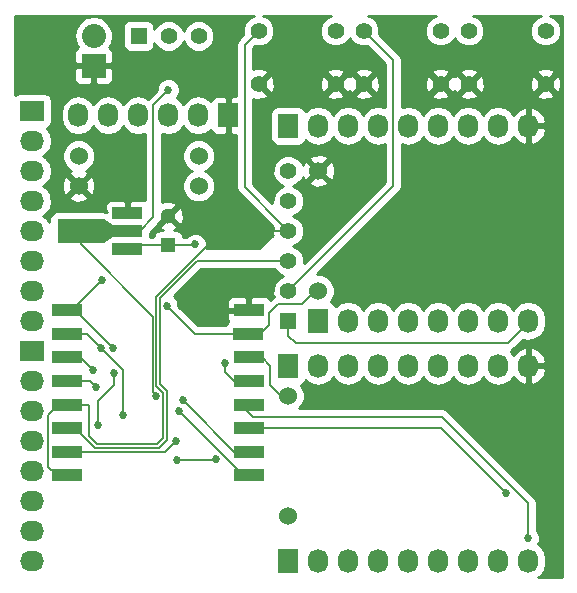
<source format=gbl>
G04 #@! TF.FileFunction,Copper,L2,Bot,Signal*
%FSLAX46Y46*%
G04 Gerber Fmt 4.6, Leading zero omitted, Abs format (unit mm)*
G04 Created by KiCad (PCBNEW 4.0.2-stable) date Friday, August 05, 2016 'pmt' 08:03:55 pm*
%MOMM*%
G01*
G04 APERTURE LIST*
%ADD10C,0.100000*%
%ADD11R,1.300000X1.300000*%
%ADD12C,1.300000*%
%ADD13R,2.032000X1.727200*%
%ADD14O,2.032000X1.727200*%
%ADD15R,1.727200X2.032000*%
%ADD16O,1.727200X2.032000*%
%ADD17R,2.032000X2.032000*%
%ADD18O,2.032000X2.032000*%
%ADD19C,1.524000*%
%ADD20R,1.397000X1.397000*%
%ADD21C,1.397000*%
%ADD22R,2.501900X1.000760*%
%ADD23R,4.000500X1.998980*%
%ADD24R,2.500000X1.100000*%
%ADD25C,0.685800*%
%ADD26C,0.152400*%
%ADD27C,0.254000*%
G04 APERTURE END LIST*
D10*
D11*
X13081000Y-19581500D03*
D12*
X13081000Y-17081500D03*
D13*
X1549400Y-8191500D03*
D14*
X1549400Y-10731500D03*
X1549400Y-13271500D03*
X1549400Y-15811500D03*
X1549400Y-18351500D03*
X1549400Y-20891500D03*
X1549400Y-23431500D03*
X1549400Y-25971500D03*
D13*
X1549400Y-28511500D03*
D14*
X1549400Y-31051500D03*
X1549400Y-33591500D03*
X1549400Y-36131500D03*
X1549400Y-38671500D03*
X1549400Y-41211500D03*
X1549400Y-43751500D03*
X1549400Y-46291500D03*
D15*
X18161000Y-8572500D03*
D16*
X15621000Y-8572500D03*
X13081000Y-8572500D03*
X10541000Y-8572500D03*
X8001000Y-8572500D03*
X5461000Y-8572500D03*
D17*
X6756400Y-4381500D03*
D18*
X6756400Y-1841500D03*
D15*
X23241000Y-9461500D03*
D16*
X25781000Y-9461500D03*
X28321000Y-9461500D03*
X30861000Y-9461500D03*
X33401000Y-9461500D03*
X35941000Y-9461500D03*
X38481000Y-9461500D03*
X41021000Y-9461500D03*
X43561000Y-9461500D03*
D15*
X25781000Y-25971500D03*
D16*
X28321000Y-25971500D03*
X30861000Y-25971500D03*
X33401000Y-25971500D03*
X35941000Y-25971500D03*
X38481000Y-25971500D03*
X41021000Y-25971500D03*
X43561000Y-25971500D03*
D15*
X23241000Y-29781500D03*
D16*
X25781000Y-29781500D03*
X28321000Y-29781500D03*
X30861000Y-29781500D03*
X33401000Y-29781500D03*
X35941000Y-29781500D03*
X38481000Y-29781500D03*
X41021000Y-29781500D03*
X43561000Y-29781500D03*
D15*
X23241000Y-46291500D03*
D16*
X25781000Y-46291500D03*
X28321000Y-46291500D03*
X30861000Y-46291500D03*
X33401000Y-46291500D03*
X35941000Y-46291500D03*
X38481000Y-46291500D03*
X41021000Y-46291500D03*
X43561000Y-46291500D03*
D19*
X25781000Y-23431500D03*
X25781000Y-13271500D03*
X23241000Y-32321500D03*
X23241000Y-42481500D03*
X5486400Y-12001500D03*
X15646400Y-12001500D03*
X5486400Y-14541500D03*
X15646400Y-14541500D03*
D20*
X23241000Y-25971500D03*
D21*
X23241000Y-23431500D03*
X23241000Y-20891500D03*
X23241000Y-18351500D03*
X23241000Y-15811500D03*
X23241000Y-13271500D03*
D20*
X10566400Y-1841500D03*
D21*
X13106400Y-1841500D03*
X15646400Y-1841500D03*
D22*
X9603740Y-16850360D03*
X9603740Y-18351500D03*
X9603740Y-19852640D03*
D23*
X5651500Y-18351500D03*
D10*
G36*
X8375650Y-18851880D02*
X7626350Y-19352260D01*
X7626350Y-17350740D01*
X8375650Y-17851120D01*
X8375650Y-18851880D01*
X8375650Y-18851880D01*
G37*
D24*
X4507000Y-39052500D03*
X4507000Y-37052500D03*
X4507000Y-35052500D03*
X4507000Y-33052500D03*
X4507000Y-31052500D03*
X4507000Y-29052500D03*
X4507000Y-27052500D03*
X4507000Y-25052500D03*
X19907000Y-25052500D03*
X19807000Y-27052500D03*
X19907000Y-29052500D03*
X19907000Y-31052500D03*
X19907000Y-33052500D03*
X19907000Y-35052500D03*
X19907000Y-37052500D03*
X19907000Y-39052500D03*
D21*
X36131500Y-1405500D03*
X36131500Y-5905500D03*
X29631500Y-1405500D03*
X29631500Y-5905500D03*
X45021500Y-1405500D03*
X45021500Y-5905500D03*
X38521500Y-1405500D03*
X38521500Y-5905500D03*
X27241500Y-1405500D03*
X27241500Y-5905500D03*
X20741500Y-1405500D03*
X20741500Y-5905500D03*
D25*
X7112000Y-34798000D03*
X8509000Y-30416500D03*
X17145000Y-37655500D03*
X13843000Y-37719000D03*
X10096500Y-14668500D03*
X42291000Y-36957000D03*
X13716000Y-36131500D03*
X15367000Y-19494500D03*
X7493000Y-22542500D03*
X8382016Y-28257500D03*
X14287500Y-32702500D03*
X13970000Y-33591500D03*
X12065000Y-32321500D03*
X13081000Y-6413500D03*
X12954008Y-24701500D03*
X17907000Y-29527500D03*
X7366002Y-28257500D03*
X9271000Y-33972508D03*
X6731002Y-30162500D03*
X6985000Y-31559500D03*
X41656000Y-40513000D03*
X43561000Y-44386500D03*
D26*
X8509000Y-30416500D02*
X8509000Y-31369000D01*
X8509000Y-31369000D02*
X7112000Y-32766000D01*
X7112000Y-32766000D02*
X7112000Y-34798000D01*
X9603740Y-16850360D02*
X9603740Y-15161260D01*
X9603740Y-15161260D02*
X10096500Y-14668500D01*
X13843000Y-37719000D02*
X17081500Y-37719000D01*
X17081500Y-37719000D02*
X17145000Y-37655500D01*
X42291000Y-33401000D02*
X42291000Y-36957000D01*
X13373101Y-36474399D02*
X13716000Y-36131500D01*
X12795000Y-37052500D02*
X13373101Y-36474399D01*
X5207000Y-37052500D02*
X12795000Y-37052500D01*
X23241000Y-25971500D02*
X23241000Y-27241500D01*
X23241000Y-27241500D02*
X23876000Y-27876500D01*
X23876000Y-27876500D02*
X41808400Y-27876500D01*
X41808400Y-27876500D02*
X43561000Y-26123900D01*
X43561000Y-26123900D02*
X43561000Y-25971500D01*
X9603740Y-19852640D02*
X9166860Y-19852640D01*
X10541000Y-19621500D02*
X10541000Y-19621480D01*
X13081000Y-19581500D02*
X11049000Y-19581500D01*
X11049000Y-19581500D02*
X9874880Y-19581500D01*
X15280000Y-19581500D02*
X15367000Y-19494500D01*
X13081000Y-19581500D02*
X15280000Y-19581500D01*
X5207000Y-25052500D02*
X5207000Y-24828500D01*
X5207000Y-24828500D02*
X7150101Y-22885399D01*
X7150101Y-22885399D02*
X7493000Y-22542500D01*
X5207000Y-25082484D02*
X8039117Y-27914601D01*
X8039117Y-27914601D02*
X8382016Y-28257500D01*
X5207000Y-25052500D02*
X5207000Y-25082484D01*
X9874880Y-19581500D02*
X9603740Y-19852640D01*
X19207000Y-37052500D02*
X18637500Y-37052500D01*
X14630399Y-33045399D02*
X14287500Y-32702500D01*
X18637500Y-37052500D02*
X14630399Y-33045399D01*
X19207000Y-39052500D02*
X19207000Y-38828500D01*
X19207000Y-38828500D02*
X14312899Y-33934399D01*
X14312899Y-33934399D02*
X13970000Y-33591500D01*
X11760189Y-32016689D02*
X12065000Y-32321500D01*
X5651500Y-18351500D02*
X5651500Y-19503390D01*
X11760189Y-25612079D02*
X11760189Y-32016689D01*
X5651500Y-19503390D02*
X11760189Y-25612079D01*
X11811000Y-17208500D02*
X10668000Y-18351500D01*
X10668000Y-18351500D02*
X9603740Y-18351500D01*
X11811000Y-7683500D02*
X11811000Y-17208500D01*
X13081000Y-6413500D02*
X11811000Y-7683500D01*
X9603740Y-18351500D02*
X8001000Y-18351500D01*
X5651500Y-18351500D02*
X8001000Y-18351500D01*
X19207000Y-27052500D02*
X20890000Y-27052500D01*
X25527000Y-23431500D02*
X25781000Y-23431500D01*
X20890000Y-27052500D02*
X21590000Y-26352500D01*
X21590000Y-26352500D02*
X21590000Y-25336500D01*
X22352000Y-24574500D02*
X24384000Y-24574500D01*
X21590000Y-25336500D02*
X22352000Y-24574500D01*
X24384000Y-24574500D02*
X25527000Y-23431500D01*
X13296907Y-25044399D02*
X12954008Y-24701500D01*
X15305008Y-27052500D02*
X13296907Y-25044399D01*
X19207000Y-27052500D02*
X15305008Y-27052500D01*
X19207000Y-29052500D02*
X20988000Y-29052500D01*
X20988000Y-29052500D02*
X21717000Y-29781500D01*
X21717000Y-29781500D02*
X21717000Y-31432500D01*
X21717000Y-31432500D02*
X22606000Y-32321500D01*
X22606000Y-32321500D02*
X23241000Y-32321500D01*
X19207000Y-31052500D02*
X18670000Y-31052500D01*
X17907000Y-29972000D02*
X17907000Y-29527500D01*
X18670000Y-31052500D02*
X17907000Y-30289500D01*
X17907000Y-30289500D02*
X17907000Y-29972000D01*
X23241000Y-23431500D02*
X32131000Y-14541500D01*
X32131000Y-14541500D02*
X32131000Y-3905000D01*
X32131000Y-3905000D02*
X30329999Y-2103999D01*
X30329999Y-2103999D02*
X29631500Y-1405500D01*
X23241000Y-20891500D02*
X15537182Y-20891500D01*
X15537182Y-20891500D02*
X12369811Y-24058871D01*
X12369811Y-24058871D02*
X12369811Y-31356311D01*
X12369811Y-31356311D02*
X12954000Y-31940500D01*
X12954000Y-31940500D02*
X12954000Y-36068000D01*
X12954000Y-36068000D02*
X12319000Y-36703000D01*
X12319000Y-36703000D02*
X6857500Y-36703000D01*
X6857500Y-36703000D02*
X5207000Y-35052500D01*
X5207000Y-33052500D02*
X6350000Y-33052500D01*
X12065000Y-23932615D02*
X17646115Y-18351500D01*
X6350000Y-33052500D02*
X6350000Y-35687000D01*
X6350000Y-35687000D02*
X7048500Y-36385500D01*
X7048500Y-36385500D02*
X12128500Y-36385500D01*
X12128500Y-36385500D02*
X12636501Y-35877499D01*
X12065000Y-31482567D02*
X12065000Y-23932615D01*
X12636501Y-35877499D02*
X12636501Y-32054067D01*
X12636501Y-32054067D02*
X12065000Y-31482567D01*
X17646115Y-18351500D02*
X22253172Y-18351500D01*
X22253172Y-18351500D02*
X23241000Y-18351500D01*
X5207000Y-39052500D02*
X3627418Y-39052500D01*
X3627418Y-39052500D02*
X2921000Y-38346082D01*
X2921000Y-33972500D02*
X3841000Y-33052500D01*
X2921000Y-38346082D02*
X2921000Y-33972500D01*
X3841000Y-33052500D02*
X5207000Y-33052500D01*
X20741500Y-1405500D02*
X19558000Y-2589000D01*
X19558000Y-2589000D02*
X19558000Y-14668500D01*
X19558000Y-14668500D02*
X22542501Y-17653001D01*
X22542501Y-17653001D02*
X23241000Y-18351500D01*
X9271000Y-33972508D02*
X9271000Y-30162500D01*
X9271000Y-30162500D02*
X7366002Y-28257502D01*
X7366002Y-28257502D02*
X7366002Y-28257500D01*
X7023103Y-27914601D02*
X7366002Y-28257500D01*
X5207000Y-27052500D02*
X6161002Y-27052500D01*
X6161002Y-27052500D02*
X7023103Y-27914601D01*
X5207000Y-27052500D02*
X5207000Y-27114500D01*
X6388103Y-29819601D02*
X6731002Y-30162500D01*
X5621002Y-29052500D02*
X6388103Y-29819601D01*
X5207000Y-29052500D02*
X5621002Y-29052500D01*
X6642101Y-31216601D02*
X6985000Y-31559500D01*
X6478000Y-31052500D02*
X6642101Y-31216601D01*
X5207000Y-31052500D02*
X6478000Y-31052500D01*
X41313101Y-40170101D02*
X41656000Y-40513000D01*
X19207000Y-35052500D02*
X36195500Y-35052500D01*
X36195500Y-35052500D02*
X41313101Y-40170101D01*
X36278822Y-34099500D02*
X20254000Y-34099500D01*
X43561000Y-41381678D02*
X36278822Y-34099500D01*
X43561000Y-44386500D02*
X43561000Y-41381678D01*
X20254000Y-34099500D02*
X19207000Y-33052500D01*
D27*
G36*
X35377120Y-274354D02*
X35001673Y-649147D01*
X34798232Y-1139087D01*
X34797769Y-1669586D01*
X35000354Y-2159880D01*
X35375147Y-2535327D01*
X35865087Y-2738768D01*
X36395586Y-2739231D01*
X36885880Y-2536646D01*
X37261327Y-2161853D01*
X37326408Y-2005120D01*
X37390354Y-2159880D01*
X37765147Y-2535327D01*
X38255087Y-2738768D01*
X38785586Y-2739231D01*
X39275880Y-2536646D01*
X39651327Y-2161853D01*
X39854768Y-1671913D01*
X39855231Y-1141414D01*
X39652646Y-651120D01*
X39277853Y-275673D01*
X38919809Y-127000D01*
X44623745Y-127000D01*
X44267120Y-274354D01*
X43891673Y-649147D01*
X43688232Y-1139087D01*
X43687769Y-1669586D01*
X43890354Y-2159880D01*
X44265147Y-2535327D01*
X44755087Y-2738768D01*
X45285586Y-2739231D01*
X45775880Y-2536646D01*
X46151327Y-2161853D01*
X46354768Y-1671913D01*
X46355231Y-1141414D01*
X46152646Y-651120D01*
X45777853Y-275673D01*
X45419809Y-127000D01*
X46418500Y-127000D01*
X46418500Y-47688500D01*
X44392311Y-47688500D01*
X44620670Y-47535915D01*
X44945526Y-47049734D01*
X45059600Y-46476245D01*
X45059600Y-46106755D01*
X44945526Y-45533266D01*
X44620670Y-45047085D01*
X44405308Y-44903185D01*
X44538730Y-44581870D01*
X44539069Y-44192837D01*
X44390507Y-43833288D01*
X44272200Y-43714774D01*
X44272200Y-41381678D01*
X44218063Y-41109514D01*
X44218063Y-41109513D01*
X44063894Y-40878784D01*
X36781716Y-33596606D01*
X36550987Y-33442437D01*
X36278822Y-33388300D01*
X24149720Y-33388300D01*
X24424629Y-33113870D01*
X24637757Y-32600600D01*
X24638242Y-32044839D01*
X24426010Y-31531197D01*
X24302694Y-31407666D01*
X24339917Y-31400662D01*
X24556041Y-31261590D01*
X24701031Y-31049390D01*
X24709400Y-31008061D01*
X24721330Y-31025915D01*
X25207511Y-31350771D01*
X25781000Y-31464845D01*
X26354489Y-31350771D01*
X26840670Y-31025915D01*
X27051000Y-30711134D01*
X27261330Y-31025915D01*
X27747511Y-31350771D01*
X28321000Y-31464845D01*
X28894489Y-31350771D01*
X29380670Y-31025915D01*
X29591000Y-30711134D01*
X29801330Y-31025915D01*
X30287511Y-31350771D01*
X30861000Y-31464845D01*
X31434489Y-31350771D01*
X31920670Y-31025915D01*
X32131000Y-30711134D01*
X32341330Y-31025915D01*
X32827511Y-31350771D01*
X33401000Y-31464845D01*
X33974489Y-31350771D01*
X34460670Y-31025915D01*
X34671000Y-30711134D01*
X34881330Y-31025915D01*
X35367511Y-31350771D01*
X35941000Y-31464845D01*
X36514489Y-31350771D01*
X37000670Y-31025915D01*
X37211000Y-30711134D01*
X37421330Y-31025915D01*
X37907511Y-31350771D01*
X38481000Y-31464845D01*
X39054489Y-31350771D01*
X39540670Y-31025915D01*
X39751000Y-30711134D01*
X39961330Y-31025915D01*
X40447511Y-31350771D01*
X41021000Y-31464845D01*
X41594489Y-31350771D01*
X42080670Y-31025915D01*
X42287461Y-30716431D01*
X42658964Y-31132232D01*
X43186209Y-31386209D01*
X43201974Y-31388858D01*
X43434000Y-31267717D01*
X43434000Y-29908500D01*
X43688000Y-29908500D01*
X43688000Y-31267717D01*
X43920026Y-31388858D01*
X43935791Y-31386209D01*
X44463036Y-31132232D01*
X44852954Y-30695820D01*
X45046184Y-30143413D01*
X44901924Y-29908500D01*
X43688000Y-29908500D01*
X43434000Y-29908500D01*
X43414000Y-29908500D01*
X43414000Y-29654500D01*
X43434000Y-29654500D01*
X43434000Y-28295283D01*
X43688000Y-28295283D01*
X43688000Y-29654500D01*
X44901924Y-29654500D01*
X45046184Y-29419587D01*
X44852954Y-28867180D01*
X44463036Y-28430768D01*
X43935791Y-28176791D01*
X43920026Y-28174142D01*
X43688000Y-28295283D01*
X43434000Y-28295283D01*
X43201974Y-28174142D01*
X43186209Y-28176791D01*
X42658964Y-28430768D01*
X42287461Y-28846569D01*
X42080670Y-28537085D01*
X42076584Y-28534355D01*
X42080565Y-28533563D01*
X42311294Y-28379394D01*
X43122973Y-27567716D01*
X43561000Y-27654845D01*
X44134489Y-27540771D01*
X44620670Y-27215915D01*
X44945526Y-26729734D01*
X45059600Y-26156245D01*
X45059600Y-25786755D01*
X44945526Y-25213266D01*
X44620670Y-24727085D01*
X44134489Y-24402229D01*
X43561000Y-24288155D01*
X42987511Y-24402229D01*
X42501330Y-24727085D01*
X42291000Y-25041866D01*
X42080670Y-24727085D01*
X41594489Y-24402229D01*
X41021000Y-24288155D01*
X40447511Y-24402229D01*
X39961330Y-24727085D01*
X39751000Y-25041866D01*
X39540670Y-24727085D01*
X39054489Y-24402229D01*
X38481000Y-24288155D01*
X37907511Y-24402229D01*
X37421330Y-24727085D01*
X37211000Y-25041866D01*
X37000670Y-24727085D01*
X36514489Y-24402229D01*
X35941000Y-24288155D01*
X35367511Y-24402229D01*
X34881330Y-24727085D01*
X34671000Y-25041866D01*
X34460670Y-24727085D01*
X33974489Y-24402229D01*
X33401000Y-24288155D01*
X32827511Y-24402229D01*
X32341330Y-24727085D01*
X32131000Y-25041866D01*
X31920670Y-24727085D01*
X31434489Y-24402229D01*
X30861000Y-24288155D01*
X30287511Y-24402229D01*
X29801330Y-24727085D01*
X29591000Y-25041866D01*
X29380670Y-24727085D01*
X28894489Y-24402229D01*
X28321000Y-24288155D01*
X27747511Y-24402229D01*
X27261330Y-24727085D01*
X27251757Y-24741413D01*
X27247762Y-24720183D01*
X27108690Y-24504059D01*
X26896490Y-24359069D01*
X26840543Y-24347739D01*
X26964629Y-24223870D01*
X27177757Y-23710600D01*
X27178242Y-23154839D01*
X26966010Y-22641197D01*
X26573370Y-22247871D01*
X26060100Y-22034743D01*
X25643908Y-22034380D01*
X32633895Y-15044394D01*
X32788063Y-14813664D01*
X32842200Y-14541500D01*
X32842200Y-11033693D01*
X33401000Y-11144845D01*
X33974489Y-11030771D01*
X34460670Y-10705915D01*
X34671000Y-10391134D01*
X34881330Y-10705915D01*
X35367511Y-11030771D01*
X35941000Y-11144845D01*
X36514489Y-11030771D01*
X37000670Y-10705915D01*
X37211000Y-10391134D01*
X37421330Y-10705915D01*
X37907511Y-11030771D01*
X38481000Y-11144845D01*
X39054489Y-11030771D01*
X39540670Y-10705915D01*
X39751000Y-10391134D01*
X39961330Y-10705915D01*
X40447511Y-11030771D01*
X41021000Y-11144845D01*
X41594489Y-11030771D01*
X42080670Y-10705915D01*
X42287461Y-10396431D01*
X42658964Y-10812232D01*
X43186209Y-11066209D01*
X43201974Y-11068858D01*
X43434000Y-10947717D01*
X43434000Y-9588500D01*
X43688000Y-9588500D01*
X43688000Y-10947717D01*
X43920026Y-11068858D01*
X43935791Y-11066209D01*
X44463036Y-10812232D01*
X44852954Y-10375820D01*
X45046184Y-9823413D01*
X44901924Y-9588500D01*
X43688000Y-9588500D01*
X43434000Y-9588500D01*
X43414000Y-9588500D01*
X43414000Y-9334500D01*
X43434000Y-9334500D01*
X43434000Y-7975283D01*
X43688000Y-7975283D01*
X43688000Y-9334500D01*
X44901924Y-9334500D01*
X45046184Y-9099587D01*
X44852954Y-8547180D01*
X44463036Y-8110768D01*
X43935791Y-7856791D01*
X43920026Y-7854142D01*
X43688000Y-7975283D01*
X43434000Y-7975283D01*
X43201974Y-7854142D01*
X43186209Y-7856791D01*
X42658964Y-8110768D01*
X42287461Y-8526569D01*
X42080670Y-8217085D01*
X41594489Y-7892229D01*
X41021000Y-7778155D01*
X40447511Y-7892229D01*
X39961330Y-8217085D01*
X39751000Y-8531866D01*
X39540670Y-8217085D01*
X39054489Y-7892229D01*
X38481000Y-7778155D01*
X37907511Y-7892229D01*
X37421330Y-8217085D01*
X37211000Y-8531866D01*
X37000670Y-8217085D01*
X36514489Y-7892229D01*
X35941000Y-7778155D01*
X35367511Y-7892229D01*
X34881330Y-8217085D01*
X34671000Y-8531866D01*
X34460670Y-8217085D01*
X33974489Y-7892229D01*
X33401000Y-7778155D01*
X32842200Y-7889307D01*
X32842200Y-6839688D01*
X35376917Y-6839688D01*
X35438571Y-7075300D01*
X35938980Y-7251427D01*
X36468699Y-7222648D01*
X36824429Y-7075300D01*
X36886083Y-6839688D01*
X37766917Y-6839688D01*
X37828571Y-7075300D01*
X38328980Y-7251427D01*
X38858699Y-7222648D01*
X39214429Y-7075300D01*
X39276083Y-6839688D01*
X44266917Y-6839688D01*
X44328571Y-7075300D01*
X44828980Y-7251427D01*
X45358699Y-7222648D01*
X45714429Y-7075300D01*
X45776083Y-6839688D01*
X45021500Y-6085105D01*
X44266917Y-6839688D01*
X39276083Y-6839688D01*
X38521500Y-6085105D01*
X37766917Y-6839688D01*
X36886083Y-6839688D01*
X36131500Y-6085105D01*
X35376917Y-6839688D01*
X32842200Y-6839688D01*
X32842200Y-5712980D01*
X34785573Y-5712980D01*
X34814352Y-6242699D01*
X34961700Y-6598429D01*
X35197312Y-6660083D01*
X35951895Y-5905500D01*
X36311105Y-5905500D01*
X37065688Y-6660083D01*
X37301300Y-6598429D01*
X37324453Y-6532648D01*
X37351700Y-6598429D01*
X37587312Y-6660083D01*
X38341895Y-5905500D01*
X38701105Y-5905500D01*
X39455688Y-6660083D01*
X39691300Y-6598429D01*
X39867427Y-6098020D01*
X39846509Y-5712980D01*
X43675573Y-5712980D01*
X43704352Y-6242699D01*
X43851700Y-6598429D01*
X44087312Y-6660083D01*
X44841895Y-5905500D01*
X45201105Y-5905500D01*
X45955688Y-6660083D01*
X46191300Y-6598429D01*
X46367427Y-6098020D01*
X46338648Y-5568301D01*
X46191300Y-5212571D01*
X45955688Y-5150917D01*
X45201105Y-5905500D01*
X44841895Y-5905500D01*
X44087312Y-5150917D01*
X43851700Y-5212571D01*
X43675573Y-5712980D01*
X39846509Y-5712980D01*
X39838648Y-5568301D01*
X39691300Y-5212571D01*
X39455688Y-5150917D01*
X38701105Y-5905500D01*
X38341895Y-5905500D01*
X37587312Y-5150917D01*
X37351700Y-5212571D01*
X37328547Y-5278352D01*
X37301300Y-5212571D01*
X37065688Y-5150917D01*
X36311105Y-5905500D01*
X35951895Y-5905500D01*
X35197312Y-5150917D01*
X34961700Y-5212571D01*
X34785573Y-5712980D01*
X32842200Y-5712980D01*
X32842200Y-4971312D01*
X35376917Y-4971312D01*
X36131500Y-5725895D01*
X36886083Y-4971312D01*
X37766917Y-4971312D01*
X38521500Y-5725895D01*
X39276083Y-4971312D01*
X44266917Y-4971312D01*
X45021500Y-5725895D01*
X45776083Y-4971312D01*
X45714429Y-4735700D01*
X45214020Y-4559573D01*
X44684301Y-4588352D01*
X44328571Y-4735700D01*
X44266917Y-4971312D01*
X39276083Y-4971312D01*
X39214429Y-4735700D01*
X38714020Y-4559573D01*
X38184301Y-4588352D01*
X37828571Y-4735700D01*
X37766917Y-4971312D01*
X36886083Y-4971312D01*
X36824429Y-4735700D01*
X36324020Y-4559573D01*
X35794301Y-4588352D01*
X35438571Y-4735700D01*
X35376917Y-4971312D01*
X32842200Y-4971312D01*
X32842200Y-3905000D01*
X32788063Y-3632836D01*
X32788063Y-3632835D01*
X32633894Y-3402106D01*
X30946851Y-1715063D01*
X30964768Y-1671913D01*
X30965231Y-1141414D01*
X30762646Y-651120D01*
X30387853Y-275673D01*
X30029809Y-127000D01*
X35733745Y-127000D01*
X35377120Y-274354D01*
X35377120Y-274354D01*
G37*
X35377120Y-274354D02*
X35001673Y-649147D01*
X34798232Y-1139087D01*
X34797769Y-1669586D01*
X35000354Y-2159880D01*
X35375147Y-2535327D01*
X35865087Y-2738768D01*
X36395586Y-2739231D01*
X36885880Y-2536646D01*
X37261327Y-2161853D01*
X37326408Y-2005120D01*
X37390354Y-2159880D01*
X37765147Y-2535327D01*
X38255087Y-2738768D01*
X38785586Y-2739231D01*
X39275880Y-2536646D01*
X39651327Y-2161853D01*
X39854768Y-1671913D01*
X39855231Y-1141414D01*
X39652646Y-651120D01*
X39277853Y-275673D01*
X38919809Y-127000D01*
X44623745Y-127000D01*
X44267120Y-274354D01*
X43891673Y-649147D01*
X43688232Y-1139087D01*
X43687769Y-1669586D01*
X43890354Y-2159880D01*
X44265147Y-2535327D01*
X44755087Y-2738768D01*
X45285586Y-2739231D01*
X45775880Y-2536646D01*
X46151327Y-2161853D01*
X46354768Y-1671913D01*
X46355231Y-1141414D01*
X46152646Y-651120D01*
X45777853Y-275673D01*
X45419809Y-127000D01*
X46418500Y-127000D01*
X46418500Y-47688500D01*
X44392311Y-47688500D01*
X44620670Y-47535915D01*
X44945526Y-47049734D01*
X45059600Y-46476245D01*
X45059600Y-46106755D01*
X44945526Y-45533266D01*
X44620670Y-45047085D01*
X44405308Y-44903185D01*
X44538730Y-44581870D01*
X44539069Y-44192837D01*
X44390507Y-43833288D01*
X44272200Y-43714774D01*
X44272200Y-41381678D01*
X44218063Y-41109514D01*
X44218063Y-41109513D01*
X44063894Y-40878784D01*
X36781716Y-33596606D01*
X36550987Y-33442437D01*
X36278822Y-33388300D01*
X24149720Y-33388300D01*
X24424629Y-33113870D01*
X24637757Y-32600600D01*
X24638242Y-32044839D01*
X24426010Y-31531197D01*
X24302694Y-31407666D01*
X24339917Y-31400662D01*
X24556041Y-31261590D01*
X24701031Y-31049390D01*
X24709400Y-31008061D01*
X24721330Y-31025915D01*
X25207511Y-31350771D01*
X25781000Y-31464845D01*
X26354489Y-31350771D01*
X26840670Y-31025915D01*
X27051000Y-30711134D01*
X27261330Y-31025915D01*
X27747511Y-31350771D01*
X28321000Y-31464845D01*
X28894489Y-31350771D01*
X29380670Y-31025915D01*
X29591000Y-30711134D01*
X29801330Y-31025915D01*
X30287511Y-31350771D01*
X30861000Y-31464845D01*
X31434489Y-31350771D01*
X31920670Y-31025915D01*
X32131000Y-30711134D01*
X32341330Y-31025915D01*
X32827511Y-31350771D01*
X33401000Y-31464845D01*
X33974489Y-31350771D01*
X34460670Y-31025915D01*
X34671000Y-30711134D01*
X34881330Y-31025915D01*
X35367511Y-31350771D01*
X35941000Y-31464845D01*
X36514489Y-31350771D01*
X37000670Y-31025915D01*
X37211000Y-30711134D01*
X37421330Y-31025915D01*
X37907511Y-31350771D01*
X38481000Y-31464845D01*
X39054489Y-31350771D01*
X39540670Y-31025915D01*
X39751000Y-30711134D01*
X39961330Y-31025915D01*
X40447511Y-31350771D01*
X41021000Y-31464845D01*
X41594489Y-31350771D01*
X42080670Y-31025915D01*
X42287461Y-30716431D01*
X42658964Y-31132232D01*
X43186209Y-31386209D01*
X43201974Y-31388858D01*
X43434000Y-31267717D01*
X43434000Y-29908500D01*
X43688000Y-29908500D01*
X43688000Y-31267717D01*
X43920026Y-31388858D01*
X43935791Y-31386209D01*
X44463036Y-31132232D01*
X44852954Y-30695820D01*
X45046184Y-30143413D01*
X44901924Y-29908500D01*
X43688000Y-29908500D01*
X43434000Y-29908500D01*
X43414000Y-29908500D01*
X43414000Y-29654500D01*
X43434000Y-29654500D01*
X43434000Y-28295283D01*
X43688000Y-28295283D01*
X43688000Y-29654500D01*
X44901924Y-29654500D01*
X45046184Y-29419587D01*
X44852954Y-28867180D01*
X44463036Y-28430768D01*
X43935791Y-28176791D01*
X43920026Y-28174142D01*
X43688000Y-28295283D01*
X43434000Y-28295283D01*
X43201974Y-28174142D01*
X43186209Y-28176791D01*
X42658964Y-28430768D01*
X42287461Y-28846569D01*
X42080670Y-28537085D01*
X42076584Y-28534355D01*
X42080565Y-28533563D01*
X42311294Y-28379394D01*
X43122973Y-27567716D01*
X43561000Y-27654845D01*
X44134489Y-27540771D01*
X44620670Y-27215915D01*
X44945526Y-26729734D01*
X45059600Y-26156245D01*
X45059600Y-25786755D01*
X44945526Y-25213266D01*
X44620670Y-24727085D01*
X44134489Y-24402229D01*
X43561000Y-24288155D01*
X42987511Y-24402229D01*
X42501330Y-24727085D01*
X42291000Y-25041866D01*
X42080670Y-24727085D01*
X41594489Y-24402229D01*
X41021000Y-24288155D01*
X40447511Y-24402229D01*
X39961330Y-24727085D01*
X39751000Y-25041866D01*
X39540670Y-24727085D01*
X39054489Y-24402229D01*
X38481000Y-24288155D01*
X37907511Y-24402229D01*
X37421330Y-24727085D01*
X37211000Y-25041866D01*
X37000670Y-24727085D01*
X36514489Y-24402229D01*
X35941000Y-24288155D01*
X35367511Y-24402229D01*
X34881330Y-24727085D01*
X34671000Y-25041866D01*
X34460670Y-24727085D01*
X33974489Y-24402229D01*
X33401000Y-24288155D01*
X32827511Y-24402229D01*
X32341330Y-24727085D01*
X32131000Y-25041866D01*
X31920670Y-24727085D01*
X31434489Y-24402229D01*
X30861000Y-24288155D01*
X30287511Y-24402229D01*
X29801330Y-24727085D01*
X29591000Y-25041866D01*
X29380670Y-24727085D01*
X28894489Y-24402229D01*
X28321000Y-24288155D01*
X27747511Y-24402229D01*
X27261330Y-24727085D01*
X27251757Y-24741413D01*
X27247762Y-24720183D01*
X27108690Y-24504059D01*
X26896490Y-24359069D01*
X26840543Y-24347739D01*
X26964629Y-24223870D01*
X27177757Y-23710600D01*
X27178242Y-23154839D01*
X26966010Y-22641197D01*
X26573370Y-22247871D01*
X26060100Y-22034743D01*
X25643908Y-22034380D01*
X32633895Y-15044394D01*
X32788063Y-14813664D01*
X32842200Y-14541500D01*
X32842200Y-11033693D01*
X33401000Y-11144845D01*
X33974489Y-11030771D01*
X34460670Y-10705915D01*
X34671000Y-10391134D01*
X34881330Y-10705915D01*
X35367511Y-11030771D01*
X35941000Y-11144845D01*
X36514489Y-11030771D01*
X37000670Y-10705915D01*
X37211000Y-10391134D01*
X37421330Y-10705915D01*
X37907511Y-11030771D01*
X38481000Y-11144845D01*
X39054489Y-11030771D01*
X39540670Y-10705915D01*
X39751000Y-10391134D01*
X39961330Y-10705915D01*
X40447511Y-11030771D01*
X41021000Y-11144845D01*
X41594489Y-11030771D01*
X42080670Y-10705915D01*
X42287461Y-10396431D01*
X42658964Y-10812232D01*
X43186209Y-11066209D01*
X43201974Y-11068858D01*
X43434000Y-10947717D01*
X43434000Y-9588500D01*
X43688000Y-9588500D01*
X43688000Y-10947717D01*
X43920026Y-11068858D01*
X43935791Y-11066209D01*
X44463036Y-10812232D01*
X44852954Y-10375820D01*
X45046184Y-9823413D01*
X44901924Y-9588500D01*
X43688000Y-9588500D01*
X43434000Y-9588500D01*
X43414000Y-9588500D01*
X43414000Y-9334500D01*
X43434000Y-9334500D01*
X43434000Y-7975283D01*
X43688000Y-7975283D01*
X43688000Y-9334500D01*
X44901924Y-9334500D01*
X45046184Y-9099587D01*
X44852954Y-8547180D01*
X44463036Y-8110768D01*
X43935791Y-7856791D01*
X43920026Y-7854142D01*
X43688000Y-7975283D01*
X43434000Y-7975283D01*
X43201974Y-7854142D01*
X43186209Y-7856791D01*
X42658964Y-8110768D01*
X42287461Y-8526569D01*
X42080670Y-8217085D01*
X41594489Y-7892229D01*
X41021000Y-7778155D01*
X40447511Y-7892229D01*
X39961330Y-8217085D01*
X39751000Y-8531866D01*
X39540670Y-8217085D01*
X39054489Y-7892229D01*
X38481000Y-7778155D01*
X37907511Y-7892229D01*
X37421330Y-8217085D01*
X37211000Y-8531866D01*
X37000670Y-8217085D01*
X36514489Y-7892229D01*
X35941000Y-7778155D01*
X35367511Y-7892229D01*
X34881330Y-8217085D01*
X34671000Y-8531866D01*
X34460670Y-8217085D01*
X33974489Y-7892229D01*
X33401000Y-7778155D01*
X32842200Y-7889307D01*
X32842200Y-6839688D01*
X35376917Y-6839688D01*
X35438571Y-7075300D01*
X35938980Y-7251427D01*
X36468699Y-7222648D01*
X36824429Y-7075300D01*
X36886083Y-6839688D01*
X37766917Y-6839688D01*
X37828571Y-7075300D01*
X38328980Y-7251427D01*
X38858699Y-7222648D01*
X39214429Y-7075300D01*
X39276083Y-6839688D01*
X44266917Y-6839688D01*
X44328571Y-7075300D01*
X44828980Y-7251427D01*
X45358699Y-7222648D01*
X45714429Y-7075300D01*
X45776083Y-6839688D01*
X45021500Y-6085105D01*
X44266917Y-6839688D01*
X39276083Y-6839688D01*
X38521500Y-6085105D01*
X37766917Y-6839688D01*
X36886083Y-6839688D01*
X36131500Y-6085105D01*
X35376917Y-6839688D01*
X32842200Y-6839688D01*
X32842200Y-5712980D01*
X34785573Y-5712980D01*
X34814352Y-6242699D01*
X34961700Y-6598429D01*
X35197312Y-6660083D01*
X35951895Y-5905500D01*
X36311105Y-5905500D01*
X37065688Y-6660083D01*
X37301300Y-6598429D01*
X37324453Y-6532648D01*
X37351700Y-6598429D01*
X37587312Y-6660083D01*
X38341895Y-5905500D01*
X38701105Y-5905500D01*
X39455688Y-6660083D01*
X39691300Y-6598429D01*
X39867427Y-6098020D01*
X39846509Y-5712980D01*
X43675573Y-5712980D01*
X43704352Y-6242699D01*
X43851700Y-6598429D01*
X44087312Y-6660083D01*
X44841895Y-5905500D01*
X45201105Y-5905500D01*
X45955688Y-6660083D01*
X46191300Y-6598429D01*
X46367427Y-6098020D01*
X46338648Y-5568301D01*
X46191300Y-5212571D01*
X45955688Y-5150917D01*
X45201105Y-5905500D01*
X44841895Y-5905500D01*
X44087312Y-5150917D01*
X43851700Y-5212571D01*
X43675573Y-5712980D01*
X39846509Y-5712980D01*
X39838648Y-5568301D01*
X39691300Y-5212571D01*
X39455688Y-5150917D01*
X38701105Y-5905500D01*
X38341895Y-5905500D01*
X37587312Y-5150917D01*
X37351700Y-5212571D01*
X37328547Y-5278352D01*
X37301300Y-5212571D01*
X37065688Y-5150917D01*
X36311105Y-5905500D01*
X35951895Y-5905500D01*
X35197312Y-5150917D01*
X34961700Y-5212571D01*
X34785573Y-5712980D01*
X32842200Y-5712980D01*
X32842200Y-4971312D01*
X35376917Y-4971312D01*
X36131500Y-5725895D01*
X36886083Y-4971312D01*
X37766917Y-4971312D01*
X38521500Y-5725895D01*
X39276083Y-4971312D01*
X44266917Y-4971312D01*
X45021500Y-5725895D01*
X45776083Y-4971312D01*
X45714429Y-4735700D01*
X45214020Y-4559573D01*
X44684301Y-4588352D01*
X44328571Y-4735700D01*
X44266917Y-4971312D01*
X39276083Y-4971312D01*
X39214429Y-4735700D01*
X38714020Y-4559573D01*
X38184301Y-4588352D01*
X37828571Y-4735700D01*
X37766917Y-4971312D01*
X36886083Y-4971312D01*
X36824429Y-4735700D01*
X36324020Y-4559573D01*
X35794301Y-4588352D01*
X35438571Y-4735700D01*
X35376917Y-4971312D01*
X32842200Y-4971312D01*
X32842200Y-3905000D01*
X32788063Y-3632836D01*
X32788063Y-3632835D01*
X32633894Y-3402106D01*
X30946851Y-1715063D01*
X30964768Y-1671913D01*
X30965231Y-1141414D01*
X30762646Y-651120D01*
X30387853Y-275673D01*
X30029809Y-127000D01*
X35733745Y-127000D01*
X35377120Y-274354D01*
G36*
X22109854Y-21645880D02*
X22484647Y-22021327D01*
X22822446Y-22161594D01*
X22486620Y-22300354D01*
X22111173Y-22675147D01*
X21907732Y-23165087D01*
X21907269Y-23695586D01*
X22016439Y-23959797D01*
X21849106Y-24071605D01*
X21719515Y-24201196D01*
X21695327Y-24142801D01*
X21516698Y-23964173D01*
X21283309Y-23867500D01*
X20192750Y-23867500D01*
X20034000Y-24026250D01*
X20034000Y-24925500D01*
X20054000Y-24925500D01*
X20054000Y-25179500D01*
X20034000Y-25179500D01*
X20034000Y-25199500D01*
X19780000Y-25199500D01*
X19780000Y-25179500D01*
X18180750Y-25179500D01*
X18022000Y-25338250D01*
X18022000Y-25728810D01*
X18118673Y-25962199D01*
X18159910Y-26003436D01*
X18105559Y-26038410D01*
X17960569Y-26250610D01*
X17942204Y-26341300D01*
X15599597Y-26341300D01*
X13931933Y-24673636D01*
X13932077Y-24507837D01*
X13877682Y-24376190D01*
X18022000Y-24376190D01*
X18022000Y-24766750D01*
X18180750Y-24925500D01*
X19780000Y-24925500D01*
X19780000Y-24026250D01*
X19621250Y-23867500D01*
X18530691Y-23867500D01*
X18297302Y-23964173D01*
X18118673Y-24142801D01*
X18022000Y-24376190D01*
X13877682Y-24376190D01*
X13783515Y-24148288D01*
X13535065Y-23899405D01*
X15831770Y-21602700D01*
X22092012Y-21602700D01*
X22109854Y-21645880D01*
X22109854Y-21645880D01*
G37*
X22109854Y-21645880D02*
X22484647Y-22021327D01*
X22822446Y-22161594D01*
X22486620Y-22300354D01*
X22111173Y-22675147D01*
X21907732Y-23165087D01*
X21907269Y-23695586D01*
X22016439Y-23959797D01*
X21849106Y-24071605D01*
X21719515Y-24201196D01*
X21695327Y-24142801D01*
X21516698Y-23964173D01*
X21283309Y-23867500D01*
X20192750Y-23867500D01*
X20034000Y-24026250D01*
X20034000Y-24925500D01*
X20054000Y-24925500D01*
X20054000Y-25179500D01*
X20034000Y-25179500D01*
X20034000Y-25199500D01*
X19780000Y-25199500D01*
X19780000Y-25179500D01*
X18180750Y-25179500D01*
X18022000Y-25338250D01*
X18022000Y-25728810D01*
X18118673Y-25962199D01*
X18159910Y-26003436D01*
X18105559Y-26038410D01*
X17960569Y-26250610D01*
X17942204Y-26341300D01*
X15599597Y-26341300D01*
X13931933Y-24673636D01*
X13932077Y-24507837D01*
X13877682Y-24376190D01*
X18022000Y-24376190D01*
X18022000Y-24766750D01*
X18180750Y-24925500D01*
X19780000Y-24925500D01*
X19780000Y-24026250D01*
X19621250Y-23867500D01*
X18530691Y-23867500D01*
X18297302Y-23964173D01*
X18118673Y-24142801D01*
X18022000Y-24376190D01*
X13877682Y-24376190D01*
X13783515Y-24148288D01*
X13535065Y-23899405D01*
X15831770Y-21602700D01*
X22092012Y-21602700D01*
X22109854Y-21645880D01*
G36*
X26487120Y-274354D02*
X26111673Y-649147D01*
X25908232Y-1139087D01*
X25907769Y-1669586D01*
X26110354Y-2159880D01*
X26485147Y-2535327D01*
X26975087Y-2738768D01*
X27505586Y-2739231D01*
X27995880Y-2536646D01*
X28371327Y-2161853D01*
X28436408Y-2005120D01*
X28500354Y-2159880D01*
X28875147Y-2535327D01*
X29365087Y-2738768D01*
X29895586Y-2739231D01*
X29940772Y-2720560D01*
X31419800Y-4199588D01*
X31419800Y-7889307D01*
X30861000Y-7778155D01*
X30287511Y-7892229D01*
X29801330Y-8217085D01*
X29591000Y-8531866D01*
X29380670Y-8217085D01*
X28894489Y-7892229D01*
X28321000Y-7778155D01*
X27747511Y-7892229D01*
X27261330Y-8217085D01*
X27051000Y-8531866D01*
X26840670Y-8217085D01*
X26354489Y-7892229D01*
X25781000Y-7778155D01*
X25207511Y-7892229D01*
X24721330Y-8217085D01*
X24711757Y-8231413D01*
X24707762Y-8210183D01*
X24568690Y-7994059D01*
X24356490Y-7849069D01*
X24104600Y-7798060D01*
X22377400Y-7798060D01*
X22142083Y-7842338D01*
X21925959Y-7981410D01*
X21780969Y-8193610D01*
X21729960Y-8445500D01*
X21729960Y-10477500D01*
X21774238Y-10712817D01*
X21913310Y-10928941D01*
X22125510Y-11073931D01*
X22377400Y-11124940D01*
X24104600Y-11124940D01*
X24339917Y-11080662D01*
X24556041Y-10941590D01*
X24701031Y-10729390D01*
X24709400Y-10688061D01*
X24721330Y-10705915D01*
X25207511Y-11030771D01*
X25781000Y-11144845D01*
X26354489Y-11030771D01*
X26840670Y-10705915D01*
X27051000Y-10391134D01*
X27261330Y-10705915D01*
X27747511Y-11030771D01*
X28321000Y-11144845D01*
X28894489Y-11030771D01*
X29380670Y-10705915D01*
X29591000Y-10391134D01*
X29801330Y-10705915D01*
X30287511Y-11030771D01*
X30861000Y-11144845D01*
X31419800Y-11033693D01*
X31419800Y-14246911D01*
X24574325Y-21092387D01*
X24574731Y-20627414D01*
X24372146Y-20137120D01*
X23997353Y-19761673D01*
X23659554Y-19621406D01*
X23995380Y-19482646D01*
X24370827Y-19107853D01*
X24574268Y-18617913D01*
X24574731Y-18087414D01*
X24372146Y-17597120D01*
X23997353Y-17221673D01*
X23659554Y-17081406D01*
X23995380Y-16942646D01*
X24370827Y-16567853D01*
X24574268Y-16077913D01*
X24574731Y-15547414D01*
X24372146Y-15057120D01*
X23997353Y-14681673D01*
X23659554Y-14541406D01*
X23995380Y-14402646D01*
X24146576Y-14251713D01*
X24980392Y-14251713D01*
X25049857Y-14493897D01*
X25573302Y-14680644D01*
X26128368Y-14652862D01*
X26512143Y-14493897D01*
X26581608Y-14251713D01*
X25781000Y-13451105D01*
X24980392Y-14251713D01*
X24146576Y-14251713D01*
X24370827Y-14027853D01*
X24470058Y-13788878D01*
X24558603Y-14002643D01*
X24800787Y-14072108D01*
X25601395Y-13271500D01*
X25960605Y-13271500D01*
X26761213Y-14072108D01*
X27003397Y-14002643D01*
X27190144Y-13479198D01*
X27162362Y-12924132D01*
X27003397Y-12540357D01*
X26761213Y-12470892D01*
X25960605Y-13271500D01*
X25601395Y-13271500D01*
X24800787Y-12470892D01*
X24558603Y-12540357D01*
X24476656Y-12770053D01*
X24372146Y-12517120D01*
X24146707Y-12291287D01*
X24980392Y-12291287D01*
X25781000Y-13091895D01*
X26581608Y-12291287D01*
X26512143Y-12049103D01*
X25988698Y-11862356D01*
X25433632Y-11890138D01*
X25049857Y-12049103D01*
X24980392Y-12291287D01*
X24146707Y-12291287D01*
X23997353Y-12141673D01*
X23507413Y-11938232D01*
X22976914Y-11937769D01*
X22486620Y-12140354D01*
X22111173Y-12515147D01*
X21907732Y-13005087D01*
X21907269Y-13535586D01*
X22109854Y-14025880D01*
X22484647Y-14401327D01*
X22822446Y-14541594D01*
X22486620Y-14680354D01*
X22111173Y-15055147D01*
X21907732Y-15545087D01*
X21907324Y-16012036D01*
X20269200Y-14373912D01*
X20269200Y-7152954D01*
X20548980Y-7251427D01*
X21078699Y-7222648D01*
X21434429Y-7075300D01*
X21496083Y-6839688D01*
X26486917Y-6839688D01*
X26548571Y-7075300D01*
X27048980Y-7251427D01*
X27578699Y-7222648D01*
X27934429Y-7075300D01*
X27996083Y-6839688D01*
X28876917Y-6839688D01*
X28938571Y-7075300D01*
X29438980Y-7251427D01*
X29968699Y-7222648D01*
X30324429Y-7075300D01*
X30386083Y-6839688D01*
X29631500Y-6085105D01*
X28876917Y-6839688D01*
X27996083Y-6839688D01*
X27241500Y-6085105D01*
X26486917Y-6839688D01*
X21496083Y-6839688D01*
X20741500Y-6085105D01*
X20727358Y-6099248D01*
X20547753Y-5919643D01*
X20561895Y-5905500D01*
X20921105Y-5905500D01*
X21675688Y-6660083D01*
X21911300Y-6598429D01*
X22087427Y-6098020D01*
X22066509Y-5712980D01*
X25895573Y-5712980D01*
X25924352Y-6242699D01*
X26071700Y-6598429D01*
X26307312Y-6660083D01*
X27061895Y-5905500D01*
X27421105Y-5905500D01*
X28175688Y-6660083D01*
X28411300Y-6598429D01*
X28434453Y-6532648D01*
X28461700Y-6598429D01*
X28697312Y-6660083D01*
X29451895Y-5905500D01*
X29811105Y-5905500D01*
X30565688Y-6660083D01*
X30801300Y-6598429D01*
X30977427Y-6098020D01*
X30948648Y-5568301D01*
X30801300Y-5212571D01*
X30565688Y-5150917D01*
X29811105Y-5905500D01*
X29451895Y-5905500D01*
X28697312Y-5150917D01*
X28461700Y-5212571D01*
X28438547Y-5278352D01*
X28411300Y-5212571D01*
X28175688Y-5150917D01*
X27421105Y-5905500D01*
X27061895Y-5905500D01*
X26307312Y-5150917D01*
X26071700Y-5212571D01*
X25895573Y-5712980D01*
X22066509Y-5712980D01*
X22058648Y-5568301D01*
X21911300Y-5212571D01*
X21675688Y-5150917D01*
X20921105Y-5905500D01*
X20561895Y-5905500D01*
X20547753Y-5891358D01*
X20727358Y-5711753D01*
X20741500Y-5725895D01*
X21496083Y-4971312D01*
X26486917Y-4971312D01*
X27241500Y-5725895D01*
X27996083Y-4971312D01*
X28876917Y-4971312D01*
X29631500Y-5725895D01*
X30386083Y-4971312D01*
X30324429Y-4735700D01*
X29824020Y-4559573D01*
X29294301Y-4588352D01*
X28938571Y-4735700D01*
X28876917Y-4971312D01*
X27996083Y-4971312D01*
X27934429Y-4735700D01*
X27434020Y-4559573D01*
X26904301Y-4588352D01*
X26548571Y-4735700D01*
X26486917Y-4971312D01*
X21496083Y-4971312D01*
X21434429Y-4735700D01*
X20934020Y-4559573D01*
X20404301Y-4588352D01*
X20269200Y-4644313D01*
X20269200Y-2883588D01*
X20431938Y-2720851D01*
X20475087Y-2738768D01*
X21005586Y-2739231D01*
X21495880Y-2536646D01*
X21871327Y-2161853D01*
X22074768Y-1671913D01*
X22075231Y-1141414D01*
X21872646Y-651120D01*
X21497853Y-275673D01*
X21139809Y-127000D01*
X26843745Y-127000D01*
X26487120Y-274354D01*
X26487120Y-274354D01*
G37*
X26487120Y-274354D02*
X26111673Y-649147D01*
X25908232Y-1139087D01*
X25907769Y-1669586D01*
X26110354Y-2159880D01*
X26485147Y-2535327D01*
X26975087Y-2738768D01*
X27505586Y-2739231D01*
X27995880Y-2536646D01*
X28371327Y-2161853D01*
X28436408Y-2005120D01*
X28500354Y-2159880D01*
X28875147Y-2535327D01*
X29365087Y-2738768D01*
X29895586Y-2739231D01*
X29940772Y-2720560D01*
X31419800Y-4199588D01*
X31419800Y-7889307D01*
X30861000Y-7778155D01*
X30287511Y-7892229D01*
X29801330Y-8217085D01*
X29591000Y-8531866D01*
X29380670Y-8217085D01*
X28894489Y-7892229D01*
X28321000Y-7778155D01*
X27747511Y-7892229D01*
X27261330Y-8217085D01*
X27051000Y-8531866D01*
X26840670Y-8217085D01*
X26354489Y-7892229D01*
X25781000Y-7778155D01*
X25207511Y-7892229D01*
X24721330Y-8217085D01*
X24711757Y-8231413D01*
X24707762Y-8210183D01*
X24568690Y-7994059D01*
X24356490Y-7849069D01*
X24104600Y-7798060D01*
X22377400Y-7798060D01*
X22142083Y-7842338D01*
X21925959Y-7981410D01*
X21780969Y-8193610D01*
X21729960Y-8445500D01*
X21729960Y-10477500D01*
X21774238Y-10712817D01*
X21913310Y-10928941D01*
X22125510Y-11073931D01*
X22377400Y-11124940D01*
X24104600Y-11124940D01*
X24339917Y-11080662D01*
X24556041Y-10941590D01*
X24701031Y-10729390D01*
X24709400Y-10688061D01*
X24721330Y-10705915D01*
X25207511Y-11030771D01*
X25781000Y-11144845D01*
X26354489Y-11030771D01*
X26840670Y-10705915D01*
X27051000Y-10391134D01*
X27261330Y-10705915D01*
X27747511Y-11030771D01*
X28321000Y-11144845D01*
X28894489Y-11030771D01*
X29380670Y-10705915D01*
X29591000Y-10391134D01*
X29801330Y-10705915D01*
X30287511Y-11030771D01*
X30861000Y-11144845D01*
X31419800Y-11033693D01*
X31419800Y-14246911D01*
X24574325Y-21092387D01*
X24574731Y-20627414D01*
X24372146Y-20137120D01*
X23997353Y-19761673D01*
X23659554Y-19621406D01*
X23995380Y-19482646D01*
X24370827Y-19107853D01*
X24574268Y-18617913D01*
X24574731Y-18087414D01*
X24372146Y-17597120D01*
X23997353Y-17221673D01*
X23659554Y-17081406D01*
X23995380Y-16942646D01*
X24370827Y-16567853D01*
X24574268Y-16077913D01*
X24574731Y-15547414D01*
X24372146Y-15057120D01*
X23997353Y-14681673D01*
X23659554Y-14541406D01*
X23995380Y-14402646D01*
X24146576Y-14251713D01*
X24980392Y-14251713D01*
X25049857Y-14493897D01*
X25573302Y-14680644D01*
X26128368Y-14652862D01*
X26512143Y-14493897D01*
X26581608Y-14251713D01*
X25781000Y-13451105D01*
X24980392Y-14251713D01*
X24146576Y-14251713D01*
X24370827Y-14027853D01*
X24470058Y-13788878D01*
X24558603Y-14002643D01*
X24800787Y-14072108D01*
X25601395Y-13271500D01*
X25960605Y-13271500D01*
X26761213Y-14072108D01*
X27003397Y-14002643D01*
X27190144Y-13479198D01*
X27162362Y-12924132D01*
X27003397Y-12540357D01*
X26761213Y-12470892D01*
X25960605Y-13271500D01*
X25601395Y-13271500D01*
X24800787Y-12470892D01*
X24558603Y-12540357D01*
X24476656Y-12770053D01*
X24372146Y-12517120D01*
X24146707Y-12291287D01*
X24980392Y-12291287D01*
X25781000Y-13091895D01*
X26581608Y-12291287D01*
X26512143Y-12049103D01*
X25988698Y-11862356D01*
X25433632Y-11890138D01*
X25049857Y-12049103D01*
X24980392Y-12291287D01*
X24146707Y-12291287D01*
X23997353Y-12141673D01*
X23507413Y-11938232D01*
X22976914Y-11937769D01*
X22486620Y-12140354D01*
X22111173Y-12515147D01*
X21907732Y-13005087D01*
X21907269Y-13535586D01*
X22109854Y-14025880D01*
X22484647Y-14401327D01*
X22822446Y-14541594D01*
X22486620Y-14680354D01*
X22111173Y-15055147D01*
X21907732Y-15545087D01*
X21907324Y-16012036D01*
X20269200Y-14373912D01*
X20269200Y-7152954D01*
X20548980Y-7251427D01*
X21078699Y-7222648D01*
X21434429Y-7075300D01*
X21496083Y-6839688D01*
X26486917Y-6839688D01*
X26548571Y-7075300D01*
X27048980Y-7251427D01*
X27578699Y-7222648D01*
X27934429Y-7075300D01*
X27996083Y-6839688D01*
X28876917Y-6839688D01*
X28938571Y-7075300D01*
X29438980Y-7251427D01*
X29968699Y-7222648D01*
X30324429Y-7075300D01*
X30386083Y-6839688D01*
X29631500Y-6085105D01*
X28876917Y-6839688D01*
X27996083Y-6839688D01*
X27241500Y-6085105D01*
X26486917Y-6839688D01*
X21496083Y-6839688D01*
X20741500Y-6085105D01*
X20727358Y-6099248D01*
X20547753Y-5919643D01*
X20561895Y-5905500D01*
X20921105Y-5905500D01*
X21675688Y-6660083D01*
X21911300Y-6598429D01*
X22087427Y-6098020D01*
X22066509Y-5712980D01*
X25895573Y-5712980D01*
X25924352Y-6242699D01*
X26071700Y-6598429D01*
X26307312Y-6660083D01*
X27061895Y-5905500D01*
X27421105Y-5905500D01*
X28175688Y-6660083D01*
X28411300Y-6598429D01*
X28434453Y-6532648D01*
X28461700Y-6598429D01*
X28697312Y-6660083D01*
X29451895Y-5905500D01*
X29811105Y-5905500D01*
X30565688Y-6660083D01*
X30801300Y-6598429D01*
X30977427Y-6098020D01*
X30948648Y-5568301D01*
X30801300Y-5212571D01*
X30565688Y-5150917D01*
X29811105Y-5905500D01*
X29451895Y-5905500D01*
X28697312Y-5150917D01*
X28461700Y-5212571D01*
X28438547Y-5278352D01*
X28411300Y-5212571D01*
X28175688Y-5150917D01*
X27421105Y-5905500D01*
X27061895Y-5905500D01*
X26307312Y-5150917D01*
X26071700Y-5212571D01*
X25895573Y-5712980D01*
X22066509Y-5712980D01*
X22058648Y-5568301D01*
X21911300Y-5212571D01*
X21675688Y-5150917D01*
X20921105Y-5905500D01*
X20561895Y-5905500D01*
X20547753Y-5891358D01*
X20727358Y-5711753D01*
X20741500Y-5725895D01*
X21496083Y-4971312D01*
X26486917Y-4971312D01*
X27241500Y-5725895D01*
X27996083Y-4971312D01*
X28876917Y-4971312D01*
X29631500Y-5725895D01*
X30386083Y-4971312D01*
X30324429Y-4735700D01*
X29824020Y-4559573D01*
X29294301Y-4588352D01*
X28938571Y-4735700D01*
X28876917Y-4971312D01*
X27996083Y-4971312D01*
X27934429Y-4735700D01*
X27434020Y-4559573D01*
X26904301Y-4588352D01*
X26548571Y-4735700D01*
X26486917Y-4971312D01*
X21496083Y-4971312D01*
X21434429Y-4735700D01*
X20934020Y-4559573D01*
X20404301Y-4588352D01*
X20269200Y-4644313D01*
X20269200Y-2883588D01*
X20431938Y-2720851D01*
X20475087Y-2738768D01*
X21005586Y-2739231D01*
X21495880Y-2536646D01*
X21871327Y-2161853D01*
X22074768Y-1671913D01*
X22075231Y-1141414D01*
X21872646Y-651120D01*
X21497853Y-275673D01*
X21139809Y-127000D01*
X26843745Y-127000D01*
X26487120Y-274354D01*
G36*
X19987120Y-274354D02*
X19611673Y-649147D01*
X19408232Y-1139087D01*
X19407769Y-1669586D01*
X19426440Y-1714772D01*
X19055106Y-2086106D01*
X18900937Y-2316835D01*
X18900937Y-2316836D01*
X18846800Y-2589000D01*
X18846800Y-6921500D01*
X18446750Y-6921500D01*
X18288000Y-7080250D01*
X18288000Y-8445500D01*
X18308000Y-8445500D01*
X18308000Y-8699500D01*
X18288000Y-8699500D01*
X18288000Y-10064750D01*
X18446750Y-10223500D01*
X18846800Y-10223500D01*
X18846800Y-14668500D01*
X18900937Y-14940665D01*
X19055106Y-15171394D01*
X21925649Y-18041937D01*
X21907732Y-18085087D01*
X21907269Y-18615586D01*
X21925940Y-18660772D01*
X20787412Y-19799300D01*
X16299291Y-19799300D01*
X16344730Y-19689870D01*
X16345069Y-19300837D01*
X16196507Y-18941288D01*
X15921659Y-18665960D01*
X15562370Y-18516770D01*
X15173337Y-18516431D01*
X14813788Y-18664993D01*
X14608122Y-18870300D01*
X14366924Y-18870300D01*
X14334162Y-18696183D01*
X14195090Y-18480059D01*
X13982890Y-18335069D01*
X13731000Y-18284060D01*
X13568615Y-18284060D01*
X13744729Y-18211111D01*
X13800410Y-17980516D01*
X13081000Y-17261105D01*
X12361590Y-17980516D01*
X12417271Y-18211111D01*
X12626902Y-18284060D01*
X12431000Y-18284060D01*
X12195683Y-18328338D01*
X11979559Y-18467410D01*
X11834569Y-18679610D01*
X11795953Y-18870300D01*
X11498400Y-18870300D01*
X11502130Y-18851880D01*
X11502130Y-18523158D01*
X12313894Y-17711394D01*
X12399262Y-17583632D01*
X12901395Y-17081500D01*
X13260605Y-17081500D01*
X13980016Y-17800910D01*
X14210611Y-17745229D01*
X14378622Y-17262422D01*
X14349083Y-16752072D01*
X14210611Y-16417771D01*
X13980016Y-16362090D01*
X13260605Y-17081500D01*
X12901395Y-17081500D01*
X12887252Y-17067358D01*
X13066858Y-16887752D01*
X13081000Y-16901895D01*
X13800410Y-16182484D01*
X13744729Y-15951889D01*
X13261922Y-15783878D01*
X12751572Y-15813417D01*
X12522200Y-15908426D01*
X12522200Y-12278161D01*
X14249158Y-12278161D01*
X14461390Y-12791803D01*
X14854030Y-13185129D01*
X15061912Y-13271449D01*
X14856097Y-13356490D01*
X14462771Y-13749130D01*
X14249643Y-14262400D01*
X14249158Y-14818161D01*
X14461390Y-15331803D01*
X14854030Y-15725129D01*
X15367300Y-15938257D01*
X15923061Y-15938742D01*
X16436703Y-15726510D01*
X16830029Y-15333870D01*
X17043157Y-14820600D01*
X17043642Y-14264839D01*
X16831410Y-13751197D01*
X16438770Y-13357871D01*
X16230888Y-13271551D01*
X16436703Y-13186510D01*
X16830029Y-12793870D01*
X17043157Y-12280600D01*
X17043642Y-11724839D01*
X16831410Y-11211197D01*
X16438770Y-10817871D01*
X15925500Y-10604743D01*
X15369739Y-10604258D01*
X14856097Y-10816490D01*
X14462771Y-11209130D01*
X14249643Y-11722400D01*
X14249158Y-12278161D01*
X12522200Y-12278161D01*
X12522200Y-10144693D01*
X13081000Y-10255845D01*
X13654489Y-10141771D01*
X14140670Y-9816915D01*
X14351000Y-9502134D01*
X14561330Y-9816915D01*
X15047511Y-10141771D01*
X15621000Y-10255845D01*
X16194489Y-10141771D01*
X16680670Y-9816915D01*
X16695500Y-9794720D01*
X16759073Y-9948198D01*
X16937701Y-10126827D01*
X17171090Y-10223500D01*
X17875250Y-10223500D01*
X18034000Y-10064750D01*
X18034000Y-8699500D01*
X18014000Y-8699500D01*
X18014000Y-8445500D01*
X18034000Y-8445500D01*
X18034000Y-7080250D01*
X17875250Y-6921500D01*
X17171090Y-6921500D01*
X16937701Y-7018173D01*
X16759073Y-7196802D01*
X16695500Y-7350280D01*
X16680670Y-7328085D01*
X16194489Y-7003229D01*
X15621000Y-6889155D01*
X15047511Y-7003229D01*
X14561330Y-7328085D01*
X14351000Y-7642866D01*
X14140670Y-7328085D01*
X13786229Y-7091255D01*
X13909540Y-6968159D01*
X14058730Y-6608870D01*
X14059069Y-6219837D01*
X13910507Y-5860288D01*
X13635659Y-5584960D01*
X13276370Y-5435770D01*
X12887337Y-5435431D01*
X12527788Y-5583993D01*
X12252460Y-5858841D01*
X12103270Y-6218130D01*
X12103124Y-6385587D01*
X11336884Y-7151828D01*
X11114489Y-7003229D01*
X10541000Y-6889155D01*
X9967511Y-7003229D01*
X9481330Y-7328085D01*
X9271000Y-7642866D01*
X9060670Y-7328085D01*
X8574489Y-7003229D01*
X8001000Y-6889155D01*
X7427511Y-7003229D01*
X6941330Y-7328085D01*
X6731000Y-7642866D01*
X6520670Y-7328085D01*
X6034489Y-7003229D01*
X5461000Y-6889155D01*
X4887511Y-7003229D01*
X4401330Y-7328085D01*
X4076474Y-7814266D01*
X3962400Y-8387755D01*
X3962400Y-8757245D01*
X4076474Y-9330734D01*
X4401330Y-9816915D01*
X4887511Y-10141771D01*
X5461000Y-10255845D01*
X6034489Y-10141771D01*
X6520670Y-9816915D01*
X6731000Y-9502134D01*
X6941330Y-9816915D01*
X7427511Y-10141771D01*
X8001000Y-10255845D01*
X8574489Y-10141771D01*
X9060670Y-9816915D01*
X9271000Y-9502134D01*
X9481330Y-9816915D01*
X9967511Y-10141771D01*
X10541000Y-10255845D01*
X11099800Y-10144693D01*
X11099800Y-15764189D01*
X10981000Y-15714980D01*
X9889490Y-15714980D01*
X9730740Y-15873730D01*
X9730740Y-16723360D01*
X9750740Y-16723360D01*
X9750740Y-16977360D01*
X9730740Y-16977360D01*
X9730740Y-16997360D01*
X9476740Y-16997360D01*
X9476740Y-16977360D01*
X9456740Y-16977360D01*
X9456740Y-16723360D01*
X9476740Y-16723360D01*
X9476740Y-15873730D01*
X9317990Y-15714980D01*
X8226480Y-15714980D01*
X7993091Y-15811653D01*
X7814463Y-15990282D01*
X7717790Y-16223671D01*
X7717790Y-16564610D01*
X7876538Y-16723358D01*
X7744528Y-16723358D01*
X7651750Y-16704570D01*
X7647450Y-16704570D01*
X7644237Y-16703547D01*
X7638354Y-16704570D01*
X3651250Y-16704570D01*
X3415933Y-16748848D01*
X3199809Y-16887920D01*
X3054819Y-17100120D01*
X3003810Y-17352010D01*
X3003810Y-17606109D01*
X2793815Y-17291830D01*
X2479034Y-17081500D01*
X2793815Y-16871170D01*
X3118671Y-16384989D01*
X3232745Y-15811500D01*
X3175103Y-15521713D01*
X4685792Y-15521713D01*
X4755257Y-15763897D01*
X5278702Y-15950644D01*
X5833768Y-15922862D01*
X6217543Y-15763897D01*
X6287008Y-15521713D01*
X5486400Y-14721105D01*
X4685792Y-15521713D01*
X3175103Y-15521713D01*
X3118671Y-15238011D01*
X2793815Y-14751830D01*
X2479034Y-14541500D01*
X2789875Y-14333802D01*
X4077256Y-14333802D01*
X4105038Y-14888868D01*
X4264003Y-15272643D01*
X4506187Y-15342108D01*
X5306795Y-14541500D01*
X5666005Y-14541500D01*
X6466613Y-15342108D01*
X6708797Y-15272643D01*
X6895544Y-14749198D01*
X6867762Y-14194132D01*
X6708797Y-13810357D01*
X6466613Y-13740892D01*
X5666005Y-14541500D01*
X5306795Y-14541500D01*
X4506187Y-13740892D01*
X4264003Y-13810357D01*
X4077256Y-14333802D01*
X2789875Y-14333802D01*
X2793815Y-14331170D01*
X3118671Y-13844989D01*
X3232745Y-13271500D01*
X3118671Y-12698011D01*
X2838136Y-12278161D01*
X4089158Y-12278161D01*
X4301390Y-12791803D01*
X4694030Y-13185129D01*
X4886127Y-13264895D01*
X4755257Y-13319103D01*
X4685792Y-13561287D01*
X5486400Y-14361895D01*
X6287008Y-13561287D01*
X6217543Y-13319103D01*
X6077082Y-13268991D01*
X6276703Y-13186510D01*
X6670029Y-12793870D01*
X6883157Y-12280600D01*
X6883642Y-11724839D01*
X6671410Y-11211197D01*
X6278770Y-10817871D01*
X5765500Y-10604743D01*
X5209739Y-10604258D01*
X4696097Y-10816490D01*
X4302771Y-11209130D01*
X4089643Y-11722400D01*
X4089158Y-12278161D01*
X2838136Y-12278161D01*
X2793815Y-12211830D01*
X2479034Y-12001500D01*
X2793815Y-11791170D01*
X3118671Y-11304989D01*
X3232745Y-10731500D01*
X3118671Y-10158011D01*
X2793815Y-9671830D01*
X2779487Y-9662257D01*
X2800717Y-9658262D01*
X3016841Y-9519190D01*
X3161831Y-9306990D01*
X3212840Y-9055100D01*
X3212840Y-7327900D01*
X3168562Y-7092583D01*
X3029490Y-6876459D01*
X2817290Y-6731469D01*
X2565400Y-6680460D01*
X533400Y-6680460D01*
X298083Y-6724738D01*
X127000Y-6834827D01*
X127000Y-4667250D01*
X5105400Y-4667250D01*
X5105400Y-5523809D01*
X5202073Y-5757198D01*
X5380701Y-5935827D01*
X5614090Y-6032500D01*
X6470650Y-6032500D01*
X6629400Y-5873750D01*
X6629400Y-4508500D01*
X6883400Y-4508500D01*
X6883400Y-5873750D01*
X7042150Y-6032500D01*
X7898710Y-6032500D01*
X8132099Y-5935827D01*
X8310727Y-5757198D01*
X8407400Y-5523809D01*
X8407400Y-4667250D01*
X8248650Y-4508500D01*
X6883400Y-4508500D01*
X6629400Y-4508500D01*
X5264150Y-4508500D01*
X5105400Y-4667250D01*
X127000Y-4667250D01*
X127000Y-1809155D01*
X5105400Y-1809155D01*
X5105400Y-1873845D01*
X5231075Y-2505655D01*
X5431772Y-2806019D01*
X5380701Y-2827173D01*
X5202073Y-3005802D01*
X5105400Y-3239191D01*
X5105400Y-4095750D01*
X5264150Y-4254500D01*
X6629400Y-4254500D01*
X6629400Y-4234500D01*
X6883400Y-4234500D01*
X6883400Y-4254500D01*
X8248650Y-4254500D01*
X8407400Y-4095750D01*
X8407400Y-3239191D01*
X8310727Y-3005802D01*
X8132099Y-2827173D01*
X8081028Y-2806019D01*
X8281725Y-2505655D01*
X8407400Y-1873845D01*
X8407400Y-1809155D01*
X8281725Y-1177345D01*
X8258777Y-1143000D01*
X9220460Y-1143000D01*
X9220460Y-2540000D01*
X9264738Y-2775317D01*
X9403810Y-2991441D01*
X9616010Y-3136431D01*
X9867900Y-3187440D01*
X11264900Y-3187440D01*
X11500217Y-3143162D01*
X11716341Y-3004090D01*
X11861331Y-2791890D01*
X11912340Y-2540000D01*
X11912340Y-2443616D01*
X11975254Y-2595880D01*
X12350047Y-2971327D01*
X12839987Y-3174768D01*
X13370486Y-3175231D01*
X13860780Y-2972646D01*
X14236227Y-2597853D01*
X14376494Y-2260054D01*
X14515254Y-2595880D01*
X14890047Y-2971327D01*
X15379987Y-3174768D01*
X15910486Y-3175231D01*
X16400780Y-2972646D01*
X16776227Y-2597853D01*
X16979668Y-2107913D01*
X16980131Y-1577414D01*
X16777546Y-1087120D01*
X16402753Y-711673D01*
X15912813Y-508232D01*
X15382314Y-507769D01*
X14892020Y-710354D01*
X14516573Y-1085147D01*
X14376306Y-1422946D01*
X14237546Y-1087120D01*
X13862753Y-711673D01*
X13372813Y-508232D01*
X12842314Y-507769D01*
X12352020Y-710354D01*
X11976573Y-1085147D01*
X11912340Y-1239837D01*
X11912340Y-1143000D01*
X11868062Y-907683D01*
X11728990Y-691559D01*
X11516790Y-546569D01*
X11264900Y-495560D01*
X9867900Y-495560D01*
X9632583Y-539838D01*
X9416459Y-678910D01*
X9271469Y-891110D01*
X9220460Y-1143000D01*
X8258777Y-1143000D01*
X7923833Y-641722D01*
X7388210Y-283830D01*
X6756400Y-158155D01*
X6124590Y-283830D01*
X5588967Y-641722D01*
X5231075Y-1177345D01*
X5105400Y-1809155D01*
X127000Y-1809155D01*
X127000Y-127000D01*
X20343745Y-127000D01*
X19987120Y-274354D01*
X19987120Y-274354D01*
G37*
X19987120Y-274354D02*
X19611673Y-649147D01*
X19408232Y-1139087D01*
X19407769Y-1669586D01*
X19426440Y-1714772D01*
X19055106Y-2086106D01*
X18900937Y-2316835D01*
X18900937Y-2316836D01*
X18846800Y-2589000D01*
X18846800Y-6921500D01*
X18446750Y-6921500D01*
X18288000Y-7080250D01*
X18288000Y-8445500D01*
X18308000Y-8445500D01*
X18308000Y-8699500D01*
X18288000Y-8699500D01*
X18288000Y-10064750D01*
X18446750Y-10223500D01*
X18846800Y-10223500D01*
X18846800Y-14668500D01*
X18900937Y-14940665D01*
X19055106Y-15171394D01*
X21925649Y-18041937D01*
X21907732Y-18085087D01*
X21907269Y-18615586D01*
X21925940Y-18660772D01*
X20787412Y-19799300D01*
X16299291Y-19799300D01*
X16344730Y-19689870D01*
X16345069Y-19300837D01*
X16196507Y-18941288D01*
X15921659Y-18665960D01*
X15562370Y-18516770D01*
X15173337Y-18516431D01*
X14813788Y-18664993D01*
X14608122Y-18870300D01*
X14366924Y-18870300D01*
X14334162Y-18696183D01*
X14195090Y-18480059D01*
X13982890Y-18335069D01*
X13731000Y-18284060D01*
X13568615Y-18284060D01*
X13744729Y-18211111D01*
X13800410Y-17980516D01*
X13081000Y-17261105D01*
X12361590Y-17980516D01*
X12417271Y-18211111D01*
X12626902Y-18284060D01*
X12431000Y-18284060D01*
X12195683Y-18328338D01*
X11979559Y-18467410D01*
X11834569Y-18679610D01*
X11795953Y-18870300D01*
X11498400Y-18870300D01*
X11502130Y-18851880D01*
X11502130Y-18523158D01*
X12313894Y-17711394D01*
X12399262Y-17583632D01*
X12901395Y-17081500D01*
X13260605Y-17081500D01*
X13980016Y-17800910D01*
X14210611Y-17745229D01*
X14378622Y-17262422D01*
X14349083Y-16752072D01*
X14210611Y-16417771D01*
X13980016Y-16362090D01*
X13260605Y-17081500D01*
X12901395Y-17081500D01*
X12887252Y-17067358D01*
X13066858Y-16887752D01*
X13081000Y-16901895D01*
X13800410Y-16182484D01*
X13744729Y-15951889D01*
X13261922Y-15783878D01*
X12751572Y-15813417D01*
X12522200Y-15908426D01*
X12522200Y-12278161D01*
X14249158Y-12278161D01*
X14461390Y-12791803D01*
X14854030Y-13185129D01*
X15061912Y-13271449D01*
X14856097Y-13356490D01*
X14462771Y-13749130D01*
X14249643Y-14262400D01*
X14249158Y-14818161D01*
X14461390Y-15331803D01*
X14854030Y-15725129D01*
X15367300Y-15938257D01*
X15923061Y-15938742D01*
X16436703Y-15726510D01*
X16830029Y-15333870D01*
X17043157Y-14820600D01*
X17043642Y-14264839D01*
X16831410Y-13751197D01*
X16438770Y-13357871D01*
X16230888Y-13271551D01*
X16436703Y-13186510D01*
X16830029Y-12793870D01*
X17043157Y-12280600D01*
X17043642Y-11724839D01*
X16831410Y-11211197D01*
X16438770Y-10817871D01*
X15925500Y-10604743D01*
X15369739Y-10604258D01*
X14856097Y-10816490D01*
X14462771Y-11209130D01*
X14249643Y-11722400D01*
X14249158Y-12278161D01*
X12522200Y-12278161D01*
X12522200Y-10144693D01*
X13081000Y-10255845D01*
X13654489Y-10141771D01*
X14140670Y-9816915D01*
X14351000Y-9502134D01*
X14561330Y-9816915D01*
X15047511Y-10141771D01*
X15621000Y-10255845D01*
X16194489Y-10141771D01*
X16680670Y-9816915D01*
X16695500Y-9794720D01*
X16759073Y-9948198D01*
X16937701Y-10126827D01*
X17171090Y-10223500D01*
X17875250Y-10223500D01*
X18034000Y-10064750D01*
X18034000Y-8699500D01*
X18014000Y-8699500D01*
X18014000Y-8445500D01*
X18034000Y-8445500D01*
X18034000Y-7080250D01*
X17875250Y-6921500D01*
X17171090Y-6921500D01*
X16937701Y-7018173D01*
X16759073Y-7196802D01*
X16695500Y-7350280D01*
X16680670Y-7328085D01*
X16194489Y-7003229D01*
X15621000Y-6889155D01*
X15047511Y-7003229D01*
X14561330Y-7328085D01*
X14351000Y-7642866D01*
X14140670Y-7328085D01*
X13786229Y-7091255D01*
X13909540Y-6968159D01*
X14058730Y-6608870D01*
X14059069Y-6219837D01*
X13910507Y-5860288D01*
X13635659Y-5584960D01*
X13276370Y-5435770D01*
X12887337Y-5435431D01*
X12527788Y-5583993D01*
X12252460Y-5858841D01*
X12103270Y-6218130D01*
X12103124Y-6385587D01*
X11336884Y-7151828D01*
X11114489Y-7003229D01*
X10541000Y-6889155D01*
X9967511Y-7003229D01*
X9481330Y-7328085D01*
X9271000Y-7642866D01*
X9060670Y-7328085D01*
X8574489Y-7003229D01*
X8001000Y-6889155D01*
X7427511Y-7003229D01*
X6941330Y-7328085D01*
X6731000Y-7642866D01*
X6520670Y-7328085D01*
X6034489Y-7003229D01*
X5461000Y-6889155D01*
X4887511Y-7003229D01*
X4401330Y-7328085D01*
X4076474Y-7814266D01*
X3962400Y-8387755D01*
X3962400Y-8757245D01*
X4076474Y-9330734D01*
X4401330Y-9816915D01*
X4887511Y-10141771D01*
X5461000Y-10255845D01*
X6034489Y-10141771D01*
X6520670Y-9816915D01*
X6731000Y-9502134D01*
X6941330Y-9816915D01*
X7427511Y-10141771D01*
X8001000Y-10255845D01*
X8574489Y-10141771D01*
X9060670Y-9816915D01*
X9271000Y-9502134D01*
X9481330Y-9816915D01*
X9967511Y-10141771D01*
X10541000Y-10255845D01*
X11099800Y-10144693D01*
X11099800Y-15764189D01*
X10981000Y-15714980D01*
X9889490Y-15714980D01*
X9730740Y-15873730D01*
X9730740Y-16723360D01*
X9750740Y-16723360D01*
X9750740Y-16977360D01*
X9730740Y-16977360D01*
X9730740Y-16997360D01*
X9476740Y-16997360D01*
X9476740Y-16977360D01*
X9456740Y-16977360D01*
X9456740Y-16723360D01*
X9476740Y-16723360D01*
X9476740Y-15873730D01*
X9317990Y-15714980D01*
X8226480Y-15714980D01*
X7993091Y-15811653D01*
X7814463Y-15990282D01*
X7717790Y-16223671D01*
X7717790Y-16564610D01*
X7876538Y-16723358D01*
X7744528Y-16723358D01*
X7651750Y-16704570D01*
X7647450Y-16704570D01*
X7644237Y-16703547D01*
X7638354Y-16704570D01*
X3651250Y-16704570D01*
X3415933Y-16748848D01*
X3199809Y-16887920D01*
X3054819Y-17100120D01*
X3003810Y-17352010D01*
X3003810Y-17606109D01*
X2793815Y-17291830D01*
X2479034Y-17081500D01*
X2793815Y-16871170D01*
X3118671Y-16384989D01*
X3232745Y-15811500D01*
X3175103Y-15521713D01*
X4685792Y-15521713D01*
X4755257Y-15763897D01*
X5278702Y-15950644D01*
X5833768Y-15922862D01*
X6217543Y-15763897D01*
X6287008Y-15521713D01*
X5486400Y-14721105D01*
X4685792Y-15521713D01*
X3175103Y-15521713D01*
X3118671Y-15238011D01*
X2793815Y-14751830D01*
X2479034Y-14541500D01*
X2789875Y-14333802D01*
X4077256Y-14333802D01*
X4105038Y-14888868D01*
X4264003Y-15272643D01*
X4506187Y-15342108D01*
X5306795Y-14541500D01*
X5666005Y-14541500D01*
X6466613Y-15342108D01*
X6708797Y-15272643D01*
X6895544Y-14749198D01*
X6867762Y-14194132D01*
X6708797Y-13810357D01*
X6466613Y-13740892D01*
X5666005Y-14541500D01*
X5306795Y-14541500D01*
X4506187Y-13740892D01*
X4264003Y-13810357D01*
X4077256Y-14333802D01*
X2789875Y-14333802D01*
X2793815Y-14331170D01*
X3118671Y-13844989D01*
X3232745Y-13271500D01*
X3118671Y-12698011D01*
X2838136Y-12278161D01*
X4089158Y-12278161D01*
X4301390Y-12791803D01*
X4694030Y-13185129D01*
X4886127Y-13264895D01*
X4755257Y-13319103D01*
X4685792Y-13561287D01*
X5486400Y-14361895D01*
X6287008Y-13561287D01*
X6217543Y-13319103D01*
X6077082Y-13268991D01*
X6276703Y-13186510D01*
X6670029Y-12793870D01*
X6883157Y-12280600D01*
X6883642Y-11724839D01*
X6671410Y-11211197D01*
X6278770Y-10817871D01*
X5765500Y-10604743D01*
X5209739Y-10604258D01*
X4696097Y-10816490D01*
X4302771Y-11209130D01*
X4089643Y-11722400D01*
X4089158Y-12278161D01*
X2838136Y-12278161D01*
X2793815Y-12211830D01*
X2479034Y-12001500D01*
X2793815Y-11791170D01*
X3118671Y-11304989D01*
X3232745Y-10731500D01*
X3118671Y-10158011D01*
X2793815Y-9671830D01*
X2779487Y-9662257D01*
X2800717Y-9658262D01*
X3016841Y-9519190D01*
X3161831Y-9306990D01*
X3212840Y-9055100D01*
X3212840Y-7327900D01*
X3168562Y-7092583D01*
X3029490Y-6876459D01*
X2817290Y-6731469D01*
X2565400Y-6680460D01*
X533400Y-6680460D01*
X298083Y-6724738D01*
X127000Y-6834827D01*
X127000Y-4667250D01*
X5105400Y-4667250D01*
X5105400Y-5523809D01*
X5202073Y-5757198D01*
X5380701Y-5935827D01*
X5614090Y-6032500D01*
X6470650Y-6032500D01*
X6629400Y-5873750D01*
X6629400Y-4508500D01*
X6883400Y-4508500D01*
X6883400Y-5873750D01*
X7042150Y-6032500D01*
X7898710Y-6032500D01*
X8132099Y-5935827D01*
X8310727Y-5757198D01*
X8407400Y-5523809D01*
X8407400Y-4667250D01*
X8248650Y-4508500D01*
X6883400Y-4508500D01*
X6629400Y-4508500D01*
X5264150Y-4508500D01*
X5105400Y-4667250D01*
X127000Y-4667250D01*
X127000Y-1809155D01*
X5105400Y-1809155D01*
X5105400Y-1873845D01*
X5231075Y-2505655D01*
X5431772Y-2806019D01*
X5380701Y-2827173D01*
X5202073Y-3005802D01*
X5105400Y-3239191D01*
X5105400Y-4095750D01*
X5264150Y-4254500D01*
X6629400Y-4254500D01*
X6629400Y-4234500D01*
X6883400Y-4234500D01*
X6883400Y-4254500D01*
X8248650Y-4254500D01*
X8407400Y-4095750D01*
X8407400Y-3239191D01*
X8310727Y-3005802D01*
X8132099Y-2827173D01*
X8081028Y-2806019D01*
X8281725Y-2505655D01*
X8407400Y-1873845D01*
X8407400Y-1809155D01*
X8281725Y-1177345D01*
X8258777Y-1143000D01*
X9220460Y-1143000D01*
X9220460Y-2540000D01*
X9264738Y-2775317D01*
X9403810Y-2991441D01*
X9616010Y-3136431D01*
X9867900Y-3187440D01*
X11264900Y-3187440D01*
X11500217Y-3143162D01*
X11716341Y-3004090D01*
X11861331Y-2791890D01*
X11912340Y-2540000D01*
X11912340Y-2443616D01*
X11975254Y-2595880D01*
X12350047Y-2971327D01*
X12839987Y-3174768D01*
X13370486Y-3175231D01*
X13860780Y-2972646D01*
X14236227Y-2597853D01*
X14376494Y-2260054D01*
X14515254Y-2595880D01*
X14890047Y-2971327D01*
X15379987Y-3174768D01*
X15910486Y-3175231D01*
X16400780Y-2972646D01*
X16776227Y-2597853D01*
X16979668Y-2107913D01*
X16980131Y-1577414D01*
X16777546Y-1087120D01*
X16402753Y-711673D01*
X15912813Y-508232D01*
X15382314Y-507769D01*
X14892020Y-710354D01*
X14516573Y-1085147D01*
X14376306Y-1422946D01*
X14237546Y-1087120D01*
X13862753Y-711673D01*
X13372813Y-508232D01*
X12842314Y-507769D01*
X12352020Y-710354D01*
X11976573Y-1085147D01*
X11912340Y-1239837D01*
X11912340Y-1143000D01*
X11868062Y-907683D01*
X11728990Y-691559D01*
X11516790Y-546569D01*
X11264900Y-495560D01*
X9867900Y-495560D01*
X9632583Y-539838D01*
X9416459Y-678910D01*
X9271469Y-891110D01*
X9220460Y-1143000D01*
X8258777Y-1143000D01*
X7923833Y-641722D01*
X7388210Y-283830D01*
X6756400Y-158155D01*
X6124590Y-283830D01*
X5588967Y-641722D01*
X5231075Y-1177345D01*
X5105400Y-1809155D01*
X127000Y-1809155D01*
X127000Y-127000D01*
X20343745Y-127000D01*
X19987120Y-274354D01*
M02*

</source>
